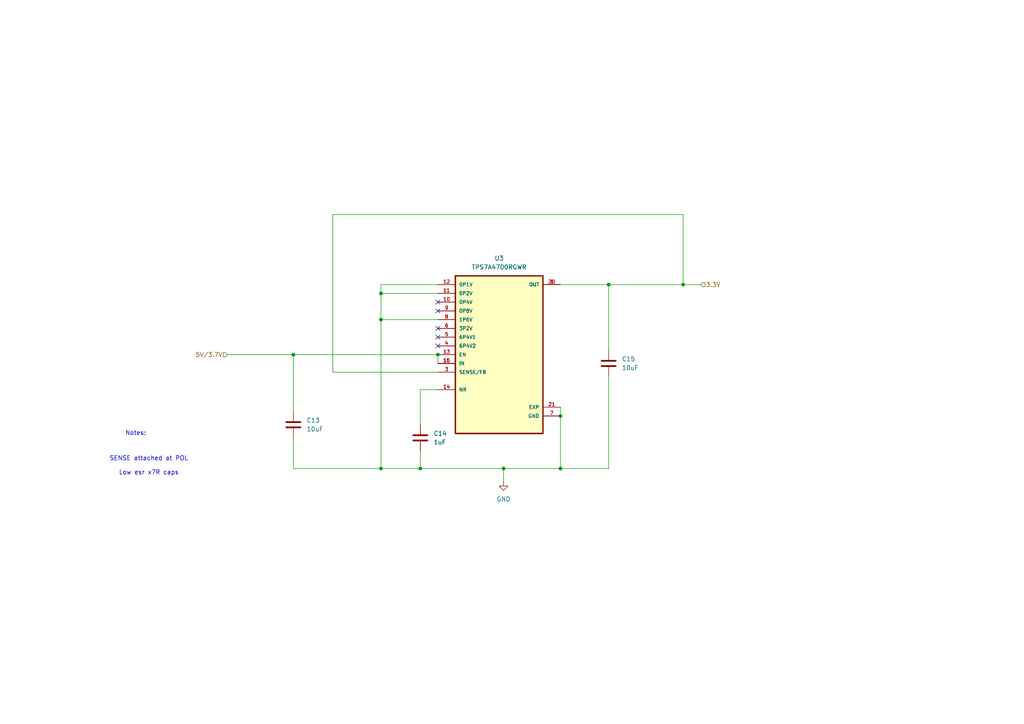
<source format=kicad_sch>
(kicad_sch (version 20250114) (generator "eeschema") (generator_version "9.0")
  (paper "A4")
  (title_block (title "5V/3.7V -> 3.3V Linear Regulator ") (date "2025-07-29") (company "California Strawberry Commission"))
  (lib_symbols
    (symbol "Device:C" (pin_numbers (hide yes)) (pin_names (offset 0.254))
      (property "Reference" "C" (at 0.635 2.54 0))
      (property "Value" "C" (at 0.635 -2.54 0))
      (symbol "C_0_1"
        (polyline (pts (xy -2.032 0.762) (xy 2.032 0.762)) (stroke (width 0.508)))
        (polyline (pts (xy -2.032 -0.762) (xy 2.032 -0.762)) (stroke (width 0.508)))
      )
      (symbol "C_1_1"
        (pin passive line (at 0 3.81 270) (length 2.794) (name "~") (number "1"))
        (pin passive line (at 0 -3.81 90) (length 2.794) (name "~") (number "2"))
      )
    )
    (symbol "LDO:TPS7A4700RGWR" (pin_names (offset 1.016))
      (property "Reference" "U3" (at 0 27.94 0))
      (property "Value" "TPS7A4700RGWR" (at 0 25.4 0))
      (symbol "TPS7A4700RGWR_0_0"
        (rectangle (start -12.7 -22.86) (end 12.7 22.86) (stroke (width 0.41)) (fill (type background)))
        (pin input line (at -17.78 20.32 0) (length 5.08) (name "0P1V") (number "12"))
        (pin input line (at -17.78 17.78 0) (length 5.08) (name "0P2V") (number "11"))
        (pin input line (at -17.78 15.24 0) (length 5.08) (name "0P4V") (number "10"))
        (pin input line (at -17.78 12.7 0) (length 5.08) (name "0P8V") (number "9"))
        (pin input line (at -17.78 10.16 0) (length 5.08) (name "1P6V") (number "8"))
        (pin input line (at -17.78 7.62 0) (length 5.08) (name "3P2V") (number "6"))
        (pin input line (at -17.78 5.08 0) (length 5.08) (name "6P4V1") (number "5"))
        (pin input line (at -17.78 2.54 0) (length 5.08) (name "6P4V2") (number "4"))
        (pin input line (at -17.78 0 0) (length 5.08) (name "EN") (number "13"))
        (pin input line (at -17.78 -2.54 0) (length 5.08) (name "IN") (number "15"))
        (pin input line (at -17.78 -2.54 0) (length 5.08) (name "IN") (number "16"))
        (pin input line (at -17.78 -5.08 0) (length 5.08) (name "SENSE/FB") (number "3"))
        (pin bidirectional line (at -17.78 -10.16 0) (length 5.08) (name "NR") (number "14"))
        (pin power_out line (at 17.78 20.32 180) (length 5.08) (name "OUT") (number "1"))
        (pin power_in line (at 17.78 -15.24 180) (length 5.08) (name "EXP") (number "21"))
        (pin power_in line (at 17.78 -17.78 180) (length 5.08) (name "GND") (number "7"))
      )
      (symbol "TPS7A4700RGWR_1_0"
        (pin power_out line (at 17.78 20.32 180) (length 5.08) (name "OUT") (number "20"))
      )
    )
    (symbol "power:GND" (power) (pin_numbers (hide yes)) (pin_names (offset 0) (hide yes))
      (property "Value" "GND" (at 0 -3.81 0))
      (symbol "GND_0_1"
        (polyline (pts (xy 0 0) (xy 0 -1.27) (xy 1.27 -1.27) (xy 0 -2.54) (xy -1.27 -1.27) (xy 0 -1.27)))
      )
      (symbol "GND_1_1"
        (pin power_in line (at 0 0 270) (length 0) (name "~") (number "1"))
      )
    )
  )
  (text "Notes:" (at 39.37 125.73 0) (effects (font (size 1.27 1.27))))
  (text "SENSE attached at POL\n\nLow esr x7R caps\n" (at 43.18 135.128 0) (effects (font (size 1.27 1.27))))
  (junction (at 198.12 82.55))
  (junction (at 110.49 92.71))
  (junction (at 121.92 135.89))
  (junction (at 85.09 102.87))
  (junction (at 110.49 135.89))
  (junction (at 162.56 120.65))
  (junction (at 127 102.87))
  (junction (at 162.56 135.89))
  (junction (at 110.49 85.09))
  (junction (at 146.05 135.89))
  (junction (at 176.53 82.55))
  (no_connect (at 127 95.25))
  (no_connect (at 127 87.63))
  (no_connect (at 127 97.79))
  (no_connect (at 127 100.33))
  (no_connect (at 127 90.17))
  (wire (pts (xy 85.09 135.89) (xy 110.49 135.89)))
  (wire (pts (xy 110.49 82.55) (xy 110.49 85.09)))
  (wire (pts (xy 121.92 135.89) (xy 146.05 135.89)))
  (wire (pts (xy 110.49 92.71) (xy 110.49 135.89)))
  (wire (pts (xy 85.09 102.87) (xy 85.09 119.38)))
  (wire (pts (xy 176.53 135.89) (xy 162.56 135.89)))
  (wire (pts (xy 96.52 62.23) (xy 198.12 62.23)))
  (wire (pts (xy 176.53 82.55) (xy 198.12 82.55)))
  (wire (pts (xy 127 102.87) (xy 85.09 102.87)))
  (wire (pts (xy 127 102.87) (xy 127 105.41)))
  (wire (pts (xy 110.49 85.09) (xy 127 85.09)))
  (wire (pts (xy 198.12 82.55) (xy 203.2 82.55)))
  (wire (pts (xy 198.12 62.23) (xy 198.12 82.55)))
  (wire (pts (xy 162.56 120.65) (xy 162.56 135.89)))
  (wire (pts (xy 85.09 127) (xy 85.09 135.89)))
  (wire (pts (xy 162.56 118.11) (xy 162.56 120.65)))
  (wire (pts (xy 85.09 102.87) (xy 66.04 102.87)))
  (wire (pts (xy 176.53 82.55) (xy 176.53 101.6)))
  (wire (pts (xy 127 113.03) (xy 121.92 113.03)))
  (wire (pts (xy 176.53 109.22) (xy 176.53 135.89)))
  (wire (pts (xy 110.49 85.09) (xy 110.49 92.71)))
  (wire (pts (xy 162.56 82.55) (xy 176.53 82.55)))
  (wire (pts (xy 146.05 135.89) (xy 146.05 139.7)))
  (wire (pts (xy 110.49 92.71) (xy 127 92.71)))
  (wire (pts (xy 146.05 135.89) (xy 162.56 135.89)))
  (wire (pts (xy 96.52 107.95) (xy 96.52 62.23)))
  (wire (pts (xy 121.92 130.81) (xy 121.92 135.89)))
  (wire (pts (xy 127 107.95) (xy 96.52 107.95)))
  (wire (pts (xy 121.92 113.03) (xy 121.92 123.19)))
  (wire (pts (xy 110.49 135.89) (xy 121.92 135.89)))
  (wire (pts (xy 127 82.55) (xy 110.49 82.55)))
  (hierarchical_label "5V{slash}3.7V" (shape input) (at 66.04 102.87 180))
  (hierarchical_label "3.3V" (shape input) (at 203.2 82.55 0))
  (symbol (lib_id "Device:C") (at 176.53 105.41 0) (unit 1)
    (property "Reference" "C15" (at 180.34 104.1399 0) (effects (justify left)))
    (property "Value" "10uF" (at 180.34 106.6799 0) (effects (justify left)))
    (property "Footprint" "Capacitor_SMD:C_0805_2012Metric" (effects (hide yes)))
    (property "Datasheet" "https://www.digikey.com/en/products/detail/murata-electronics/GCM21BR71A106KE22K/4903979" (effects (hide yes)))
    (property "Description" "Unpolarized capacitor" (effects (hide yes)))
    (property "Part #" "GCM21BR71A106KE22K" (effects (hide yes)))
  )
  (symbol (lib_id "Device:C") (at 85.09 123.19 0) (unit 1)
    (property "Reference" "C13" (at 88.9 121.9199 0) (effects (justify left)))
    (property "Value" "10uF" (at 88.9 124.4599 0) (effects (justify left)))
    (property "Footprint" "Capacitor_SMD:C_0805_2012Metric" (effects (hide yes)))
    (property "Datasheet" "https://www.digikey.com/en/products/detail/murata-electronics/GCM21BR71A106KE22K/4903979" (effects (hide yes)))
    (property "Description" "Unpolarized capacitor" (effects (hide yes)))
    (property "Part #" "GCM21BR71A106KE22K" (effects (hide yes)))
  )
  (symbol (lib_id "Device:C") (at 121.92 127 0) (unit 1)
    (property "Reference" "C14" (at 125.73 125.7299 0) (effects (justify left)))
    (property "Value" "1uF" (at 125.73 128.2699 0) (effects (justify left)))
    (property "Footprint" "Capacitor_SMD:C_0603_1608Metric" (effects (hide yes)))
    (property "Datasheet" "https://www.digikey.com/en/products/detail/taiyo-yuden/LMK107BJ105KAHT/4157762" (effects (hide yes)))
    (property "Description" "Unpolarized capacitor" (effects (hide yes)))
    (property "Part #" "LMK107BJ105KAHT" (effects (hide yes)))
  )
  (symbol (lib_id "power:GND") (at 146.05 139.7 0) (unit 1)
    (property "Reference" "#PWR011" (effects (hide yes)))
    (property "Value" "GND" (at 146.05 144.78 0))
    (property "Description" "Power symbol creates a global label with name \"GND\" , ground" (effects (hide yes)))
  )
  (symbol (lib_id "LDO:TPS7A4700RGWR") (at 144.78 102.87 0) (unit 1)
    (property "Reference" "U3" (at 144.78 74.93 0))
    (property "Value" "TPS7A4700RGWR" (at 144.78 77.47 0))
    (property "Footprint" "footprints:QFN65P500X500X100-21N" (effects (hide yes)))
    (property "MF" "Texas Instruments" (effects (hide yes)))
    (property "Description_1" "1-A, 36-V, low-noise, high-PSRR, low-dropout voltage regulator with enable" (effects (hide yes)))
    (property "Package" "VQFN-20 Texas Instruments" (effects (hide yes)))
    (property "Price" "None" (effects (hide yes)))
    (property "SnapEDA_Link" "https://www.snapeda.com/parts/TPS7A4700RGWR/Texas+Instruments/view-part/?ref=snap" (effects (hide yes)))
    (property "MP" "TPS7A4700RGWR" (effects (hide yes)))
    (property "Availability" "In Stock" (effects (hide yes)))
    (property "Check_prices" "https://www.snapeda.com/parts/TPS7A4700RGWR/Texas+Instruments/view-part/?ref=eda" (effects (hide yes)))
    (property "Part #" "TPS7A4700RGWR" (effects (hide yes)))
  )
)
</source>
